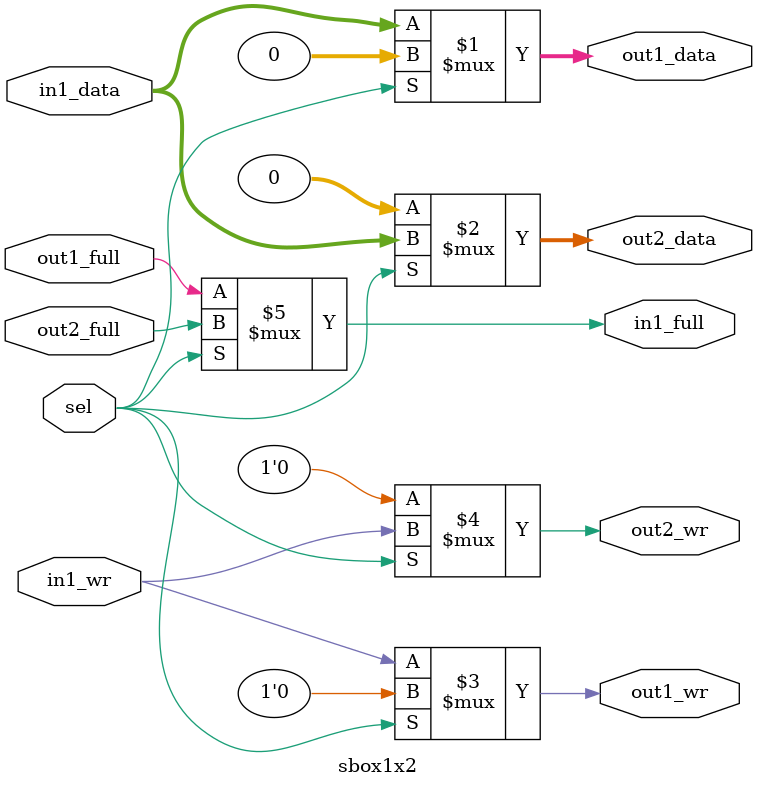
<source format=v>

module sbox1x2 #(
	parameter SIZE = 32
)(
	output [SIZE-1 : 0] out1_data,
	output [SIZE-1 : 0] out2_data,
	output out1_wr,
	output out2_wr,
	input out1_full,
	input out2_full,
	input [SIZE-1 : 0] in1_data,
	input in1_wr,
	output in1_full,
	input sel
);


assign out1_data = sel ? {SIZE{1'b0}} : in1_data;
assign out2_data = sel ? in1_data : {SIZE{1'b0}};
assign out1_wr = sel ? {1{1'b0}} : in1_wr;
assign out2_wr = sel ? in1_wr : {1{1'b0}};
assign in1_full = sel ? out2_full : out1_full;

endmodule

</source>
